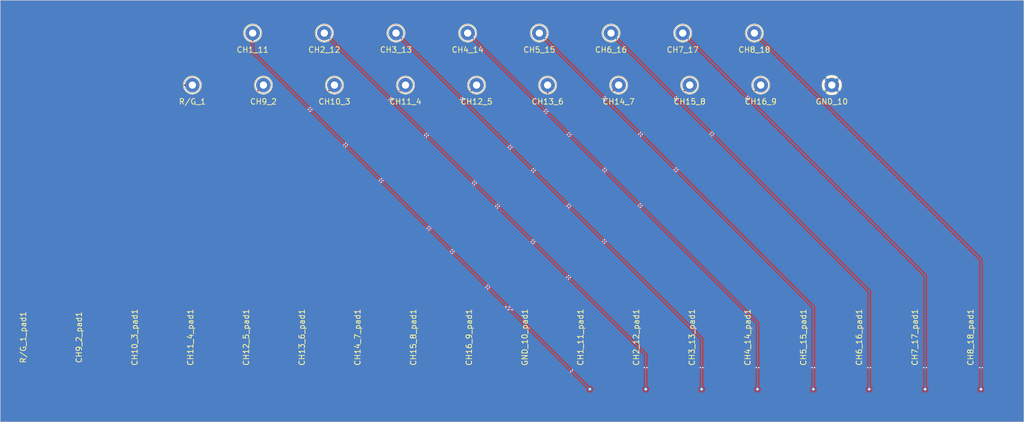
<source format=kicad_pcb>
(kicad_pcb (version 20221018) (generator pcbnew)
  (layers (0 "F.Cu" signal) (31 "B.Cu" signal) (34 "B.Paste" user) (35 "F.Paste" user) (36 "B.SilkS" user "B.Silkscreen") (37 "F.SilkS" user "F.Silkscreen") (38 "B.Mask" user) (39 "F.Mask" user) (44 "Edge.Cuts" user))
  (net 0 "")
  (net 1 "/R{slash}G - 1")
  (net 2 "/CH9 - 2")
  (net 3 "/CH10 - 3")
  (net 4 "/CH11 - 4")
  (net 5 "/CH12 - 5")
  (net 6 "/CH13 - 6")
  (net 7 "/CH14 - 7")
  (net 8 "/CH15 - 8")
  (net 9 "/CH16 - 9")
  (net 10 "/GND - 10")
  (net 11 "/CH1 - 11")
  (net 12 "/CH2 - 12")
  (net 13 "/CH3 - 13")
  (net 14 "/CH4 - 14")
  (net 15 "/CH5 - 15")
  (net 16 "/CH6 - 16")
  (net 17 "/CH7 - 17")
  (net 18 "/CH8 - 18")
  (footprint "test pad:Test Pad" (layer "F.Cu") (at 112.37794 142.314)
    (fp_text reference "CH12_5_pad1" hide)
    (fp_text value "Conn_01x01_Pin" hide)
    (fp_text user "${REFERENCE}" (at -1.505884 -6.964 90 unlocked) (layer "F.SilkS"))
    (pad "1" smd roundrect (at 0 2.286) (size 7.5 7.5) (layers "F.Cu" "F.Paste" "F.Mask") (net 5 "/CH12 - 5"))
  )
  (footprint "Connector_Pin:Pin_D1.3mm_L11.0mm" (layer "F.Cu") (at 124.807142 81.1)
    (fp_text reference "CH2_12" (at 0 2.975) (layer "F.SilkS"))
    (fp_text value "Conn_01x01_Pin" hide)
    (fp_circle (center 0 0) (end 1.6 0.05) (stroke (width 0.12)) (fill none) (layer "F.SilkS"))
    (pad "1" thru_hole circle (at 0 0) (size 2.6 2.6) (drill 1.3) (layers "*.Cu" "*.Mask") (net 12 "/CH2 - 12"))
  )
  (footprint "Connector_Pin:Pin_D1.3mm_L11.0mm" (layer "F.Cu") (at 201.5 81.1)
    (fp_text reference "CH8_18" (at 0 2.975) (layer "F.SilkS"))
    (fp_text value "Conn_01x01_Pin" hide)
    (fp_circle (center 0 0) (end 1.6 0.05) (stroke (width 0.12)) (fill none) (layer "F.SilkS"))
    (pad "1" thru_hole circle (at 0 0) (size 2.6 2.6) (drill 1.3) (layers "*.Cu" "*.Mask") (net 18 "/CH8 - 18"))
  )
  (footprint "test pad:Test Pad" (layer "F.Cu") (at 221.973525 142.314)
    (fp_text reference "CH6_16_pad1" hide)
    (fp_text value "Conn_01x01_Pin" hide)
    (fp_text user "${REFERENCE}" (at -1.797065 -6.964 90 unlocked) (layer "F.SilkS"))
    (pad "1" smd roundrect (at 0 2.286) (size 7.5 7.5) (layers "F.Cu" "F.Paste" "F.Mask") (net 16 "/CH6 - 16"))
  )
  (footprint "Connector_Pin:Pin_D1.3mm_L11.0mm" (layer "F.Cu") (at 112.025 81.1)
    (fp_text reference "CH1_11" (at 0 2.975) (layer "F.SilkS"))
    (fp_text value "Conn_01x01_Pin" hide)
    (fp_circle (center 0 0) (end 1.6 0.05) (stroke (width 0.12)) (fill none) (layer "F.SilkS"))
    (pad "1" thru_hole circle (at 0 0) (size 2.6 2.6) (drill 1.3) (layers "*.Cu" "*.Mask") (net 11 "/CH1 - 11"))
  )
  (footprint "test pad:Test Pad" (layer "F.Cu") (at 102.414705 142.314)
    (fp_text reference "CH11_4_pad1" hide)
    (fp_text value "Conn_01x01_Pin" hide)
    (fp_text user "${REFERENCE}" (at -1.479413 -6.964 90 unlocked) (layer "F.SilkS"))
    (pad "1" smd roundrect (at 0 2.286) (size 7.5 7.5) (layers "F.Cu" "F.Paste" "F.Mask") (net 4 "/CH11 - 4"))
  )
  (footprint "test pad:Test Pad" (layer "F.Cu") (at 72.525 142.314)
    (fp_text reference "R/G_1_pad1" hide)
    (fp_text value "Conn_01x01_Pin" hide)
    (fp_text user "${REFERENCE}" (at -1.4 -6.964 90 unlocked) (layer "F.SilkS"))
    (pad "1" smd roundrect (at 0 2.286) (size 7.5 7.5) (layers "F.Cu" "F.Paste" "F.Mask") (net 1 "/R{slash}G - 1"))
  )
  (footprint "Connector_Pin:Pin_D1.3mm_L11.0mm" (layer "F.Cu") (at 215.30278 90.375)
    (fp_text reference "GND_10" (at 0 2.95) (layer "F.SilkS"))
    (fp_text value "Conn_01x01_Pin" hide)
    (fp_circle (center 0 0) (end 1.6 0.05) (stroke (width 0.12)) (fill none) (layer "F.SilkS"))
    (pad "1" thru_hole circle (at 0 0) (size 2.6 2.6) (drill 1.3) (layers "*.Cu" "*.Mask") (net 10 "/GND - 10"))
  )
  (footprint "Connector_Pin:Pin_D1.3mm_L11.0mm" (layer "F.Cu") (at 175.93571 81.1)
    (fp_text reference "CH6_16" (at 0 2.975) (layer "F.SilkS"))
    (fp_text value "Conn_01x01_Pin" hide)
    (fp_circle (center 0 0) (end 1.6 0.05) (stroke (width 0.12)) (fill none) (layer "F.SilkS"))
    (pad "1" thru_hole circle (at 0 0) (size 2.6 2.6) (drill 1.3) (layers "*.Cu" "*.Mask") (net 16 "/CH6 - 16"))
  )
  (footprint "test pad:Test Pad" (layer "F.Cu") (at 202.047055 142.314)
    (fp_text reference "CH4_14_pad1" hide)
    (fp_text value "Conn_01x01_Pin" hide)
    (fp_text user "${REFERENCE}" (at -1.744123 -6.964 90 unlocked) (layer "F.SilkS"))
    (pad "1" smd roundrect (at 0 2.286) (size 7.5 7.5) (layers "F.Cu" "F.Paste" "F.Mask") (net 14 "/CH4 - 14"))
  )
  (footprint "Connector_Pin:Pin_D1.3mm_L11.0mm" (layer "F.Cu") (at 177.294444 90.375)
    (fp_text reference "CH14_7" (at 0 2.95) (layer "F.SilkS"))
    (fp_text value "Conn_01x01_Pin" hide)
    (fp_circle (center 0 0) (end 1.6 0.05) (stroke (width 0.12)) (fill none) (layer "F.SilkS"))
    (pad "1" thru_hole circle (at 0 0) (size 2.6 2.6) (drill 1.3) (layers "*.Cu" "*.Mask") (net 7 "/CH14 - 7"))
  )
  (footprint "test pad:Test Pad" (layer "F.Cu") (at 152.23088 142.314)
    (fp_text reference "CH16_9_pad1" hide)
    (fp_text value "Conn_01x01_Pin" hide)
    (fp_text user "${REFERENCE}" (at -1.611768 -6.964 90 unlocked) (layer "F.SilkS"))
    (pad "1" smd roundrect (at 0 2.286) (size 7.5 7.5) (layers "F.Cu" "F.Paste" "F.Mask") (net 9 "/CH16 - 9"))
  )
  (footprint "test pad:Test Pad" (layer "F.Cu") (at 212.01029 142.314)
    (fp_text reference "CH5_15_pad1" hide)
    (fp_text value "Conn_01x01_Pin" hide)
    (fp_text user "${REFERENCE}" (at -1.770594 -6.964 90 unlocked) (layer "F.SilkS"))
    (pad "1" smd roundrect (at 0 2.286) (size 7.5 7.5) (layers "F.Cu" "F.Paste" "F.Mask") (net 15 "/CH5 - 15"))
  )
  (footprint "test pad:Test Pad" (layer "F.Cu") (at 182.120585 142.314)
    (fp_text reference "CH2_12_pad1" hide)
    (fp_text value "Conn_01x01_Pin" hide)
    (fp_text user "${REFERENCE}" (at -1.691181 -6.964 90 unlocked) (layer "F.SilkS"))
    (pad "1" smd roundrect (at 0 2.286) (size 7.5 7.5) (layers "F.Cu" "F.Paste" "F.Mask") (net 12 "/CH2 - 12"))
  )
  (footprint "test pad:Test Pad" (layer "F.Cu") (at 142.267645 142.314)
    (fp_text reference "CH15_8_pad1" hide)
    (fp_text value "Conn_01x01_Pin" hide)
    (fp_text user "${REFERENCE}" (at -1.585297 -6.964 90 unlocked) (layer "F.SilkS"))
    (pad "1" smd roundrect (at 0 2.286) (size 7.5 7.5) (layers "F.Cu" "F.Paste" "F.Mask") (net 8 "/CH15 - 8"))
  )
  (footprint "Connector_Pin:Pin_D1.3mm_L11.0mm" (layer "F.Cu") (at 202.633332 90.375)
    (fp_text reference "CH16_9" (at 0 2.95) (layer "F.SilkS"))
    (fp_text value "Conn_01x01_Pin" hide)
    (fp_circle (center 0 0) (end 1.6 0.05) (stroke (width 0.12)) (fill none) (layer "F.SilkS"))
    (pad "1" thru_hole circle (at 0 0) (size 2.6 2.6) (drill 1.3) (layers "*.Cu" "*.Mask") (net 9 "/CH16 - 9"))
  )
  (footprint "test pad:Test Pad" (layer "F.Cu") (at 82.488235 142.314)
    (fp_text reference "CH9_2_pad1" hide)
    (fp_text value "Conn_01x01_Pin" hide)
    (fp_text user "${REFERENCE}" (at -1.426471 -6.964001 90 unlocked) (layer "F.SilkS"))
    (pad "1" smd roundrect (at 0 2.286) (size 7.5 7.5) (layers "F.Cu" "F.Paste" "F.Mask") (net 2 "/CH9 - 2"))
  )
  (footprint "Connector_Pin:Pin_D1.3mm_L11.0mm" (layer "F.Cu") (at 189.963888 90.375)
    (fp_text reference "CH15_8" (at 0 2.95) (layer "F.SilkS"))
    (fp_text value "Conn_01x01_Pin" hide)
    (fp_circle (center 0 0) (end 1.6 0.05) (stroke (width 0.12)) (fill none) (layer "F.SilkS"))
    (pad "1" thru_hole circle (at 0 0) (size 2.6 2.6) (drill 1.3) (layers "*.Cu" "*.Mask") (net 8 "/CH15 - 8"))
  )
  (footprint "Connector_Pin:Pin_D1.3mm_L11.0mm" (layer "F.Cu") (at 164.625 90.375)
    (fp_text reference "CH13_6" (at 0 2.95) (layer "F.SilkS"))
    (fp_text value "Conn_01x01_Pin" hide)
    (fp_circle (center 0 0) (end 1.6 0.05) (stroke (width 0.12)) (fill none) (layer "F.SilkS"))
    (pad "1" thru_hole circle (at 0 0) (size 2.6 2.6) (drill 1.3) (layers "*.Cu" "*.Mask") (net 6 "/CH13 - 6"))
  )
  (footprint "Connector_Pin:Pin_D1.3mm_L11.0mm" (layer "F.Cu") (at 101.27778 90.375)
    (fp_text reference "R/G_1" (at 0 2.95) (layer "F.SilkS"))
    (fp_text value "Conn_01x01_Pin" hide)
    (fp_circle (center 0 0) (end 1.6 0.05) (stroke (width 0.12)) (fill none) (layer "F.SilkS"))
    (pad "1" thru_hole circle (at 0 0) (size 2.6 2.6) (drill 1.3) (layers "*.Cu" "*.Mask") (net 1 "/R{slash}G - 1"))
  )
  (footprint "test pad:Test Pad" (layer "F.Cu") (at 172.15735 142.314)
    (fp_text reference "CH1_11_pad1" hide)
    (fp_text value "Conn_01x01_Pin" hide)
    (fp_text user "${REFERENCE}" (at -1.66471 -6.964 90 unlocked) (layer "F.SilkS"))
    (pad "1" smd roundrect (at 0 2.286) (size 7.5 7.5) (layers "F.Cu" "F.Paste" "F.Mask") (net 11 "/CH1 - 11"))
  )
  (footprint "Connector_Pin:Pin_D1.3mm_L11.0mm" (layer "F.Cu") (at 137.589284 81.1)
    (fp_text reference "CH3_13" (at 0 2.975) (layer "F.SilkS"))
    (fp_text value "Conn_01x01_Pin" hide)
    (fp_circle (center 0 0) (end 1.6 0.05) (stroke (width 0.12)) (fill none) (layer "F.SilkS"))
    (pad "1" thru_hole circle (at 0 0) (size 2.6 2.6) (drill 1.3) (layers "*.Cu" "*.Mask") (net 13 "/CH3 - 13"))
  )
  (footprint "Connector_Pin:Pin_D1.3mm_L11.0mm" (layer "F.Cu") (at 113.947224 90.375)
    (fp_text reference "CH9_2" (at 0 2.95) (layer "F.SilkS"))
    (fp_text value "Conn_01x01_Pin" hide)
    (fp_circle (center 0 0) (end 1.6 0.05) (stroke (width 0.12)) (fill none) (layer "F.SilkS"))
    (pad "1" thru_hole circle (at 0 0) (size 2.6 2.6) (drill 1.3) (layers "*.Cu" "*.Mask") (net 2 "/CH9 - 2"))
  )
  (footprint "test pad:Test Pad" (layer "F.Cu") (at 122.341175 142.314)
    (fp_text reference "CH13_6_pad1" hide)
    (fp_text value "Conn_01x01_Pin" hide)
    (fp_text user "${REFERENCE}" (at -1.532355 -6.964 90 unlocked) (layer "F.SilkS"))
    (pad "1" smd roundrect (at 0 2.286) (size 7.5 7.5) (layers "F.Cu" "F.Paste" "F.Mask") (net 6 "/CH13 - 6"))
  )
  (footprint "test pad:Test Pad" (layer "F.Cu") (at 241.9 142.314)
    (fp_text reference "CH8_18_pad1" hide)
    (fp_text value "Conn_01x01_Pin" hide)
    (fp_text user "${REFERENCE}" (at -1.85 -6.964 90 unlocked) (layer "F.SilkS"))
    (pad "1" smd roundrect (at 0 2.286) (size 7.5 7.5) (layers "F.Cu" "F.Paste" "F.Mask") (net 18 "/CH8 - 18"))
  )
  (footprint "test pad:Test Pad" (layer "F.Cu") (at 92.45147 142.314)
    (fp_text reference "CH10_3_pad1" hide)
    (fp_text value "Conn_01x01_Pin" hide)
    (fp_text user "${REFERENCE}" (at -1.452942 -6.964 90 unlocked) (layer "F.SilkS"))
    (pad "1" smd roundrect (at 0 2.286) (size 7.5 7.5) (layers "F.Cu" "F.Paste" "F.Mask") (net 3 "/CH10 - 3"))
  )
  (footprint "Connector_Pin:Pin_D1.3mm_L11.0mm" (layer "F.Cu") (at 163.153568 81.1)
    (fp_text reference "CH5_15" (at 0 2.975) (layer "F.SilkS"))
    (fp_text value "Conn_01x01_Pin" hide)
    (fp_circle (center 0 0) (end 1.6 0.05) (stroke (width 0.12)) (fill none) (layer "F.SilkS"))
    (pad "1" thru_hole circle (at 0 0) (size 2.6 2.6) (drill 1.3) (layers "*.Cu" "*.Mask") (net 15 "/CH5 - 15"))
  )
  (footprint "test pad:Test Pad" (layer "F.Cu") (at 192.08382 142.314)
    (fp_text reference "CH3_13_pad1" hide)
    (fp_text value "Conn_01x01_Pin" hide)
    (fp_text user "${REFERENCE}" (at -1.717652 -6.964 90 unlocked) (layer "F.SilkS"))
    (pad "1" smd roundrect (at 0 2.286) (size 7.5 7.5) (layers "F.Cu" "F.Paste" "F.Mask") (net 13 "/CH3 - 13"))
  )
  (footprint "test pad:Test Pad" (layer "F.Cu") (at 162.194115 142.314)
    (fp_text reference "GND_10_pad1" hide)
    (fp_text value "Conn_01x01_Pin" hide)
    (fp_text user "${REFERENCE}" (at -1.638239 -6.964001 90 unlocked) (layer "F.SilkS"))
    (pad "1" smd roundrect (at 0 2.286) (size 7.5 7.5) (layers "F.Cu" "F.Paste" "F.Mask") (net 10 "/GND - 10"))
  )
  (footprint "Connector_Pin:Pin_D1.3mm_L11.0mm" (layer "F.Cu") (at 151.955556 90.375)
    (fp_text reference "CH12_5" (at 0 2.95) (layer "F.SilkS"))
    (fp_text value "Conn_01x01_Pin" hide)
    (fp_circle (center 0 0) (end 1.6 0.05) (stroke (width 0.12)) (fill none) (layer "F.SilkS"))
    (pad "1" thru_hole circle (at 0 0) (size 2.6 2.6) (drill 1.3) (layers "*.Cu" "*.Mask") (net 5 "/CH12 - 5"))
  )
  (footprint "Connector_Pin:Pin_D1.3mm_L11.0mm" (layer "F.Cu") (at 150.371426 81.1)
    (fp_text reference "CH4_14" (at 0 2.975) (layer "F.SilkS"))
    (fp_text value "Conn_01x01_Pin" hide)
    (fp_circle (center 0 0) (end 1.6 0.05) (stroke (width 0.12)) (fill none) (layer "F.SilkS"))
    (pad "1" thru_hole circle (at 0 0) (size 2.6 2.6) (drill 1.3) (layers "*.Cu" "*.Mask") (net 14 "/CH4 - 14"))
  )
  (footprint "Connector_Pin:Pin_D1.3mm_L11.0mm" (layer "F.Cu") (at 188.717852 81.1)
    (fp_text reference "CH7_17" (at 0 2.975) (layer "F.SilkS"))
    (fp_text value "Conn_01x01_Pin" hide)
    (fp_circle (center 0 0) (end 1.6 0.05) (stroke (width 0.12)) (fill none) (layer "F.SilkS"))
    (pad "1" thru_hole circle (at 0 0) (size 2.6 2.6) (drill 1.3) (layers "*.Cu" "*.Mask") (net 17 "/CH7 - 17"))
  )
  (footprint "test pad:Test Pad" (layer "F.Cu") (at 132.30441 142.314)
    (fp_text reference "CH14_7_pad1" hide)
    (fp_text value "Conn_01x01_Pin" hide)
    (fp_text user "${REFERENCE}" (at -1.558826 -6.964 90 unlocked) (layer "F.SilkS"))
    (pad "1" smd roundrect (at 0 2.286) (size 7.5 7.5) (layers "F.Cu" "F.Paste" "F.Mask") (net 7 "/CH14 - 7"))
  )
  (footprint "test pad:Test Pad" (layer "F.Cu") (at 231.93676 142.314)
    (fp_text reference "CH7_17_pad1" hide)
    (fp_text value "Conn_01x01_Pin" hide)
    (fp_text user "${REFERENCE}" (at -1.823536 -6.964 90 unlocked) (layer "F.SilkS"))
    (pad "1" smd roundrect (at 0 2.286) (size 7.5 7.5) (layers "F.Cu" "F.Paste" "F.Mask") (net 17 "/CH7 - 17"))
  )
  (footprint "Connector_Pin:Pin_D1.3mm_L11.0mm" (layer "F.Cu") (at 126.616668 90.375)
    (fp_text reference "CH10_3" (at 0 2.95) (layer "F.SilkS"))
    (fp_text value "Conn_01x01_Pin" hide)
    (fp_circle (center 0 0) (end 1.6 0.05) (stroke (width 0.12)) (fill none) (layer "F.SilkS"))
    (pad "1" thru_hole circle (at 0 0) (size 2.6 2.6) (drill 1.3) (layers "*.Cu" "*.Mask") (net 3 "/CH10 - 3"))
  )
  (footprint "Connector_Pin:Pin_D1.3mm_L11.0mm" (layer "F.Cu") (at 139.286112 90.375)
    (fp_text reference "CH11_4" (at 0 2.95) (layer "F.SilkS"))
    (fp_text value "Conn_01x01_Pin" hide)
    (fp_circle (center 0 0) (end 1.6 0.05) (stroke (width 0.12)) (fill none) (layer "F.SilkS"))
    (pad "1" thru_hole circle (at 0 0) (size 2.6 2.6) (drill 1.3) (layers "*.Cu" "*.Mask") (net 4 "/CH11 - 4"))
  )
  (gr_rect (start 67.025 75.25) (end 249.5494 150.44) (stroke (width 0.1)) (fill none) (layer "Edge.Cuts"))
  (segment (start 72.775 144.35) (end 72.525 144.6) (width 0.25) (layer "F.Cu") (net 1))
  (segment (start 73.1 90.375) (end 72.775 90.7) (width 0.25) (layer "F.Cu") (net 1))
  (segment (start 72.775 90.7) (end 72.775 144.35) (width 0.25) (layer "F.Cu") (net 1))
  (segment (start 101.27778 90.375) (end 73.1 90.375) (width 0.25) (layer "F.Cu") (net 1))
  (segment (start 82.8 144.288235) (end 82.488235 144.6) (width 0.25) (layer "F.Cu") (net 2))
  (segment (start 82.8 94.275) (end 82.8 144.288235) (width 0.25) (layer "F.Cu") (net 2))
  (segment (start 113.947224 90.375) (end 110.047224 94.275) (width 0.25) (layer "F.Cu") (net 2))
  (segment (start 110.047224 94.275) (end 82.8 94.275) (width 0.25) (layer "F.Cu") (net 2))
  (segment (start 91.825 98.2) (end 91.825 143.97353) (width 0.25) (layer "F.Cu") (net 3))
  (segment (start 118.791668 98.2) (end 91.825 98.2) (width 0.25) (layer "F.Cu") (net 3))
  (segment (start 126.616668 90.375) (end 118.791668 98.2) (width 0.25) (layer "F.Cu") (net 3))
  (segment (start 91.825 143.97353) (end 92.45147 144.6) (width 0.25) (layer "F.Cu") (net 3))
  (segment (start 102.7 144.314705) (end 102.414705 144.6) (width 0.25) (layer "F.Cu") (net 4))
  (segment (start 102.7 102.275) (end 102.7 144.314705) (width 0.25) (layer "F.Cu") (net 4))
  (segment (start 127.386112 102.275) (end 102.7 102.275) (width 0.25) (layer "F.Cu") (net 4))
  (segment (start 139.286112 90.375) (end 127.386112 102.275) (width 0.25) (layer "F.Cu") (net 4))
  (segment (start 128.9 113.430556) (end 128.9 114.7) (width 0.25) (layer "F.Cu") (net 5))
  (segment (start 113.75 114.7) (end 112.37794 116.07206) (width 0.25) (layer "F.Cu") (net 5))
  (segment (start 112.37794 116.07206) (end 112.37794 144.6) (width 0.25) (layer "F.Cu") (net 5))
  (segment (start 128.9 114.7) (end 113.75 114.7) (width 0.25) (layer "F.Cu") (net 5))
  (segment (start 151.955556 90.375) (end 128.9 113.430556) (width 0.25) (layer "F.Cu") (net 5))
  (segment (start 139.6 119.8) (end 122.275 119.8) (width 0.25) (layer "F.Cu") (net 6))
  (segment (start 122.275 119.8) (end 122.275 144.533825) (width 0.25) (layer "F.Cu") (net 6))
  (segment (start 164.625 94.775) (end 139.6 119.8) (width 0.25) (layer "F.Cu") (net 6))
  (segment (start 122.275 144.533825) (end 122.341175 144.6) (width 0.25) (layer "F.Cu") (net 6))
  (segment (start 164.625 90.375) (end 164.625 94.775) (width 0.25) (layer "F.Cu") (net 6))
  (segment (start 177.294444 90.375) (end 144.644444 123.025) (width 0.25) (layer "F.Cu") (net 7))
  (segment (start 132.30441 124.74559) (end 132.30441 144.6) (width 0.25) (layer "F.Cu") (net 7))
  (segment (start 134.025 123.025) (end 132.30441 124.74559) (width 0.25) (layer "F.Cu") (net 7))
  (segment (start 144.644444 123.025) (end 134.025 123.025) (width 0.25) (layer "F.Cu") (net 7))
  (segment (start 151.013888 129.325) (end 142.5 129.325) (width 0.25) (layer "F.Cu") (net 8))
  (segment (start 142.5 144.367645) (end 142.267645 144.6) (width 0.25) (layer "F.Cu") (net 8))
  (segment (start 189.963888 90.375) (end 151.013888 129.325) (width 0.25) (layer "F.Cu") (net 8))
  (segment (start 142.5 129.325) (end 142.5 144.367645) (width 0.25) (layer "F.Cu") (net 8))
  (segment (start 153.575 143.25588) (end 152.23088 144.6) (width 0.25) (layer "F.Cu") (net 9))
  (segment (start 153.575 130.175) (end 153.575 143.25588) (width 0.25) (layer "F.Cu") (net 9))
  (segment (start 162.833332 130.175) (end 153.575 130.175) (width 0.25) (layer "F.Cu") (net 9))
  (segment (start 202.633332 90.375) (end 162.833332 130.175) (width 0.25) (layer "F.Cu") (net 9))
  (segment (start 215.30278 90.375) (end 200.35278 105.325) (width 0.25) (layer "F.Cu") (net 10))
  (segment (start 162.194115 136.055885) (end 162.194115 144.6) (width 0.25) (layer "F.Cu") (net 10))
  (segment (start 192.925 105.325) (end 162.194115 136.055885) (width 0.25) (layer "F.Cu") (net 10))
  (segment (start 200.35278 105.325) (end 192.925 105.325) (width 0.25) (layer "F.Cu") (net 10))
  (via (at 172.15735 144.6) (size 0.8) (drill 0.4) (layers "F.Cu" "B.Cu") (net 11))
  (segment (start 112.025 84.46765) (end 172.15735 144.6) (width 0.25) (layer "B.Cu") (net 11))
  (segment (start 112.025 81.1) (end 112.025 84.46765) (width 0.25) (layer "B.Cu") (net 11))
  (via (at 182.120585 144.6) (size 0.8) (drill 0.4) (layers "F.Cu" "B.Cu") (net 12))
  (segment (start 124.807142 81.1) (end 182.120585 138.413443) (width 0.25) (layer "B.Cu") (net 12))
  (segment (start 182.120585 138.413443) (end 182.120585 144.6) (width 0.25) (layer "B.Cu") (net 12))
  (via (at 192.08382 144.6) (size 0.8) (drill 0.4) (layers "F.Cu" "B.Cu") (net 13))
  (segment (start 137.589284 81.1) (end 192.08382 135.594536) (width 0.25) (layer "B.Cu") (net 13))
  (segment (start 192.08382 135.594536) (end 192.08382 144.6) (width 0.25) (layer "B.Cu") (net 13))
  (via (at 202.047055 144.6) (size 0.8) (drill 0.4) (layers "F.Cu" "B.Cu") (net 14))
  (segment (start 202.047055 132.775629) (end 202.047055 144.6) (width 0.25) (layer "B.Cu") (net 14))
  (segment (start 150.371426 81.1) (end 202.047055 132.775629) (width 0.25) (layer "B.Cu") (net 14))
  (via (at 212.01029 144.6) (size 0.8) (drill 0.4) (layers "F.Cu" "B.Cu") (net 15))
  (segment (start 212.01029 129.956722) (end 212.01029 144.6) (width 0.25) (layer "B.Cu") (net 15))
  (segment (start 163.153568 81.1) (end 212.01029 129.956722) (width 0.25) (layer "B.Cu") (net 15))
  (via (at 221.973525 144.6) (size 0.8) (drill 0.4) (layers "F.Cu" "B.Cu") (net 16))
  (segment (start 221.973525 127.137815) (end 221.973525 144.6) (width 0.25) (layer "B.Cu") (net 16))
  (segment (start 175.93571 81.1) (end 221.973525 127.137815) (width 0.25) (layer "B.Cu") (net 16))
  (via (at 231.93676 144.6) (size 0.8) (drill 0.4) (layers "F.Cu" "B.Cu") (net 17))
  (segment (start 231.93676 124.318908) (end 231.93676 144.6) (width 0.25) (layer "B.Cu") (net 17))
  (segment (start 188.717852 81.1) (end 231.93676 124.318908) (width 0.25) (layer "B.Cu") (net 17))
  (via (at 241.9 144.6) (size 0.8) (drill 0.4) (layers "F.Cu" "B.Cu") (net 18))
  (segment (start 201.5 81.1) (end 241.9 121.5) (width 0.25) (layer "B.Cu") (net 18))
  (segment (start 241.9 121.5) (end 241.9 144.6) (width 0.25) (layer "B.Cu") (net 18))
  (zone (net 10) (net_name "/GND - 10") (layers "F&B.Cu") (name "copper layers") (priority 1) (connect_pads (clearance 0)) (min_thickness 0.25) (fill yes (thermal_gap 0.5) (thermal_bridge_width 0.5))
    (polygon (pts (xy 67.025 75.25) (xy 249.55 75.25) (xy 249.55 150.45) (xy 67.025 150.45)))
  )
)
</source>
